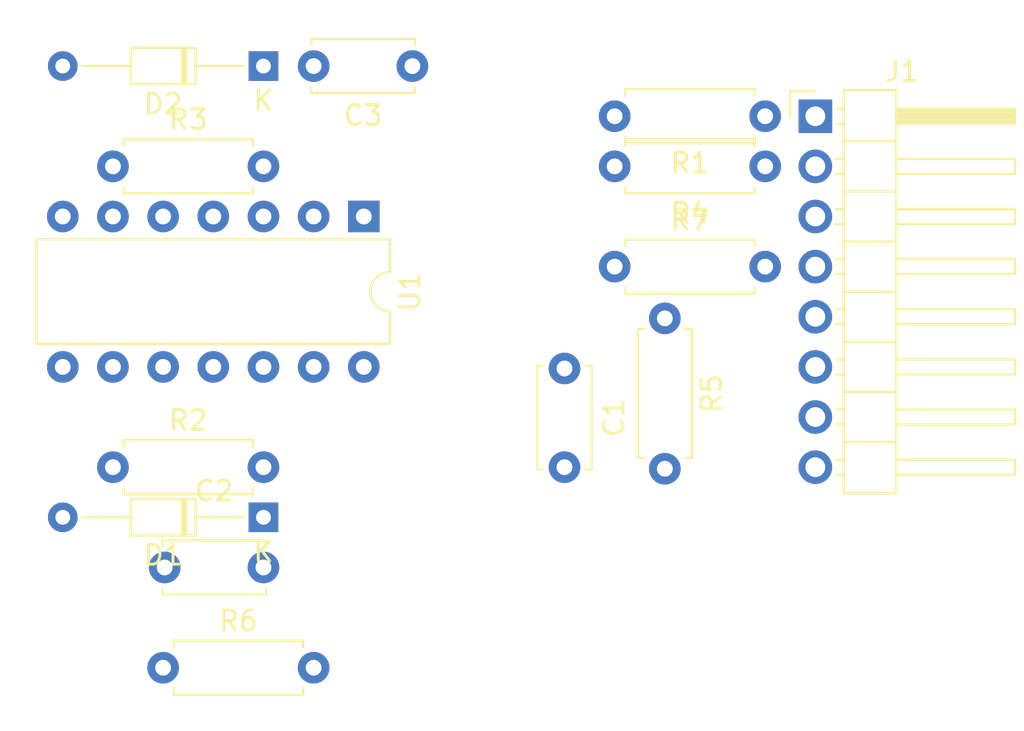
<source format=kicad_pcb>
(kicad_pcb (version 20221018) (generator pcbnew)
  (layers (0 "F.Cu" signal) (31 "B.Cu" signal) (34 "B.Paste" user) (35 "F.Paste" user) (36 "B.SilkS" user "B.Silkscreen") (37 "F.SilkS" user "F.Silkscreen") (38 "B.Mask" user) (39 "F.Mask" user) (44 "Edge.Cuts" user))
  (net 0 "")
  (net 1 "+12V")
  (net 2 "-12V")
  (net 3 "Net-(D1-K)")
  (net 4 "Net-(U1B--)")
  (net 5 "Net-(D1-A)")
  (net 6 "Net-(D2-A)")
  (net 7 "/single_nand/FROM-LED")
  (net 8 "/single_nand/TO-LED")
  (net 9 "/single_nand/A")
  (net 10 "/single_nand/B")
  (net 11 "GND")
  (net 12 "/single_nand/NAND")
  (net 13 "Net-(U1D--)")
  (net 14 "Net-(U1C--)")
  (footprint "Capacitor_THT:C_Disc_D5.0mm_W2.5mm_P5.00mm" (layer "F.Cu") (at 127.08 73.66)
    (fp_text reference "C2" (at 2.5 -3.87) (layer "F.SilkS"))
    (fp_text value "10p")
    (fp_line (start -0.12 -1.37) (end -0.12 -1.055) (stroke (width 0.12)) (layer "F.SilkS"))
    (fp_line (start -0.12 -1.37) (end 5.12 -1.37) (stroke (width 0.12)) (layer "F.SilkS"))
    (fp_line (start -0.12 1.055) (end -0.12 1.37) (stroke (width 0.12)) (layer "F.SilkS"))
    (fp_line (start -0.12 1.37) (end 5.12 1.37) (stroke (width 0.12)) (layer "F.SilkS"))
    (fp_line (start 5.12 -1.37) (end 5.12 -1.055) (stroke (width 0.12)) (layer "F.SilkS"))
    (fp_line (start 5.12 1.055) (end 5.12 1.37) (stroke (width 0.12)) (layer "F.SilkS"))
    (pad "1" thru_hole circle (at 0 0) (size 1.6 1.6) (drill 0.8) (layers "*.Cu" "*.Mask") (net 14 "Net-(U1C--)"))
    (pad "2" thru_hole circle (at 5 0) (size 1.6 1.6) (drill 0.8) (layers "*.Cu" "*.Mask") (net 3 "Net-(D1-K)"))
  )
  (footprint "Capacitor_THT:C_Disc_D5.0mm_W2.5mm_P5.00mm" (layer "F.Cu") (at 139.62 48.26 180)
    (fp_text reference "C3" (at 2.5 -2.5) (layer "F.SilkS"))
    (fp_text value "10p")
    (fp_line (start -0.12 -1.37) (end -0.12 -1.055) (stroke (width 0.12)) (layer "F.SilkS"))
    (fp_line (start -0.12 -1.37) (end 5.12 -1.37) (stroke (width 0.12)) (layer "F.SilkS"))
    (fp_line (start -0.12 1.055) (end -0.12 1.37) (stroke (width 0.12)) (layer "F.SilkS"))
    (fp_line (start -0.12 1.37) (end 5.12 1.37) (stroke (width 0.12)) (layer "F.SilkS"))
    (fp_line (start 5.12 -1.37) (end 5.12 -1.055) (stroke (width 0.12)) (layer "F.SilkS"))
    (fp_line (start 5.12 1.055) (end 5.12 1.37) (stroke (width 0.12)) (layer "F.SilkS"))
    (pad "1" thru_hole circle (at 0 0 180) (size 1.6 1.6) (drill 0.8) (layers "*.Cu" "*.Mask") (net 4 "Net-(U1B--)"))
    (pad "2" thru_hole circle (at 5 0 180) (size 1.6 1.6) (drill 0.8) (layers "*.Cu" "*.Mask") (net 3 "Net-(D1-K)"))
  )
  (footprint "Package_DIP:DIP-14_W7.62mm" (layer "F.Cu") (at 137.16 55.88 -90)
    (fp_text reference "U1" (at 3.81 -2.33 90) (layer "F.SilkS"))
    (fp_text value "TL074")
    (fp_line (start 1.16 -1.33) (end 1.16 16.57) (stroke (width 0.12)) (layer "F.SilkS"))
    (fp_line (start 1.16 16.57) (end 6.46 16.57) (stroke (width 0.12)) (layer "F.SilkS"))
    (fp_line (start 2.81 -1.33) (end 1.16 -1.33) (stroke (width 0.12)) (layer "F.SilkS"))
    (fp_line (start 6.46 -1.33) (end 4.81 -1.33) (stroke (width 0.12)) (layer "F.SilkS"))
    (fp_line (start 6.46 16.57) (end 6.46 -1.33) (stroke (width 0.12)) (layer "F.SilkS"))
    (fp_arc (start 4.81 -1.33) (mid 3.81 -0.33) (end 2.81 -1.33) (stroke (width 0.12)) (layer "F.SilkS"))
    (pad "1" thru_hole rect (at 0 0 270) (size 1.6 1.6) (drill 0.8) (layers "*.Cu" "*.Mask") (net 12 "/single_nand/NAND"))
    (pad "2" thru_hole oval (at 0 2.54 270) (size 1.6 1.6) (drill 0.8) (layers "*.Cu" "*.Mask") (net 12 "/single_nand/NAND"))
    (pad "3" thru_hole oval (at 0 5.08 270) (size 1.6 1.6) (drill 0.8) (layers "*.Cu" "*.Mask") (net 3 "Net-(D1-K)"))
    (pad "4" thru_hole oval (at 0 7.62 270) (size 1.6 1.6) (drill 0.8) (layers "*.Cu" "*.Mask") (net 1 "+12V"))
    (pad "5" thru_hole oval (at 0 10.16 270) (size 1.6 1.6) (drill 0.8) (layers "*.Cu" "*.Mask") (net 11 "GND"))
    (pad "6" thru_hole oval (at 0 12.7 270) (size 1.6 1.6) (drill 0.8) (layers "*.Cu" "*.Mask") (net 4 "Net-(U1B--)"))
    (pad "7" thru_hole oval (at 0 15.24 270) (size 1.6 1.6) (drill 0.8) (layers "*.Cu" "*.Mask") (net 6 "Net-(D2-A)"))
    (pad "8" thru_hole oval (at 7.62 15.24 270) (size 1.6 1.6) (drill 0.8) (layers "*.Cu" "*.Mask") (net 5 "Net-(D1-A)"))
    (pad "9" thru_hole oval (at 7.62 12.7 270) (size 1.6 1.6) (drill 0.8) (layers "*.Cu" "*.Mask") (net 14 "Net-(U1C--)"))
    (pad "10" thru_hole oval (at 7.62 10.16 270) (size 1.6 1.6) (drill 0.8) (layers "*.Cu" "*.Mask") (net 11 "GND"))
    (pad "11" thru_hole oval (at 7.62 7.62 270) (size 1.6 1.6) (drill 0.8) (layers "*.Cu" "*.Mask") (net 2 "-12V"))
    (pad "12" thru_hole oval (at 7.62 5.08 270) (size 1.6 1.6) (drill 0.8) (layers "*.Cu" "*.Mask") (net 11 "GND"))
    (pad "13" thru_hole oval (at 7.62 2.54 270) (size 1.6 1.6) (drill 0.8) (layers "*.Cu" "*.Mask") (net 13 "Net-(U1D--)"))
    (pad "14" thru_hole oval (at 7.62 0 270) (size 1.6 1.6) (drill 0.8) (layers "*.Cu" "*.Mask") (net 8 "/single_nand/TO-LED"))
  )
  (footprint "Resistor_THT:R_Axial_DIN0207_L6.3mm_D2.5mm_P7.62mm_Horizontal" (layer "F.Cu") (at 152.4 61.04 -90)
    (fp_text reference "R5" (at 3.81 -2.37 90) (layer "F.SilkS"))
    (fp_text value "100k")
    (fp_line (start 0.54 -1.37) (end 7.08 -1.37) (stroke (width 0.12)) (layer "F.SilkS"))
    (fp_line (start 0.54 -1.04) (end 0.54 -1.37) (stroke (width 0.12)) (layer "F.SilkS"))
    (fp_line (start 0.54 1.04) (end 0.54 1.37) (stroke (width 0.12)) (layer "F.SilkS"))
    (fp_line (start 0.54 1.37) (end 7.08 1.37) (stroke (width 0.12)) (layer "F.SilkS"))
    (fp_line (start 7.08 -1.37) (end 7.08 -1.04) (stroke (width 0.12)) (layer "F.SilkS"))
    (fp_line (start 7.08 1.37) (end 7.08 1.04) (stroke (width 0.12)) (layer "F.SilkS"))
    (pad "1" thru_hole circle (at 0 0 270) (size 1.6 1.6) (drill 0.8) (layers "*.Cu" "*.Mask") (net 3 "Net-(D1-K)"))
    (pad "2" thru_hole oval (at 7.62 0 270) (size 1.6 1.6) (drill 0.8) (layers "*.Cu" "*.Mask") (net 2 "-12V"))
  )
  (footprint "Resistor_THT:R_Axial_DIN0207_L6.3mm_D2.5mm_P7.62mm_Horizontal" (layer "F.Cu") (at 157.48 53.34 180)
    (fp_text reference "R4" (at 3.81 -2.37) (layer "F.SilkS"))
    (fp_text value "100k")
    (fp_line (start 0.54 -1.37) (end 7.08 -1.37) (stroke (width 0.12)) (layer "F.SilkS"))
    (fp_line (start 0.54 -1.04) (end 0.54 -1.37) (stroke (width 0.12)) (layer "F.SilkS"))
    (fp_line (start 0.54 1.04) (end 0.54 1.37) (stroke (width 0.12)) (layer "F.SilkS"))
    (fp_line (start 0.54 1.37) (end 7.08 1.37) (stroke (width 0.12)) (layer "F.SilkS"))
    (fp_line (start 7.08 -1.37) (end 7.08 -1.04) (stroke (width 0.12)) (layer "F.SilkS"))
    (fp_line (start 7.08 1.37) (end 7.08 1.04) (stroke (width 0.12)) (layer "F.SilkS"))
    (pad "1" thru_hole circle (at 0 0 180) (size 1.6 1.6) (drill 0.8) (layers "*.Cu" "*.Mask") (net 10 "/single_nand/B"))
    (pad "2" thru_hole oval (at 7.62 0 180) (size 1.6 1.6) (drill 0.8) (layers "*.Cu" "*.Mask") (net 4 "Net-(U1B--)"))
  )
  (footprint "Resistor_THT:R_Axial_DIN0207_L6.3mm_D2.5mm_P7.62mm_Horizontal" (layer "F.Cu") (at 149.86 58.42)
    (fp_text reference "R7" (at 3.81 -2.37) (layer "F.SilkS"))
    (fp_text value "2.2k")
    (fp_line (start 0.54 -1.37) (end 7.08 -1.37) (stroke (width 0.12)) (layer "F.SilkS"))
    (fp_line (start 0.54 -1.04) (end 0.54 -1.37) (stroke (width 0.12)) (layer "F.SilkS"))
    (fp_line (start 0.54 1.04) (end 0.54 1.37) (stroke (width 0.12)) (layer "F.SilkS"))
    (fp_line (start 0.54 1.37) (end 7.08 1.37) (stroke (width 0.12)) (layer "F.SilkS"))
    (fp_line (start 7.08 -1.37) (end 7.08 -1.04) (stroke (width 0.12)) (layer "F.SilkS"))
    (fp_line (start 7.08 1.37) (end 7.08 1.04) (stroke (width 0.12)) (layer "F.SilkS"))
    (pad "1" thru_hole circle (at 0 0) (size 1.6 1.6) (drill 0.8) (layers "*.Cu" "*.Mask") (net 13 "Net-(U1D--)"))
    (pad "2" thru_hole oval (at 7.62 0) (size 1.6 1.6) (drill 0.8) (layers "*.Cu" "*.Mask") (net 7 "/single_nand/FROM-LED"))
  )
  (footprint "Resistor_THT:R_Axial_DIN0207_L6.3mm_D2.5mm_P7.62mm_Horizontal" (layer "F.Cu") (at 127 78.74)
    (fp_text reference "R6" (at 3.81 -2.37) (layer "F.SilkS"))
    (fp_text value "2.2k")
    (fp_line (start 0.54 -1.37) (end 7.08 -1.37) (stroke (width 0.12)) (layer "F.SilkS"))
    (fp_line (start 0.54 -1.04) (end 0.54 -1.37) (stroke (width 0.12)) (layer "F.SilkS"))
    (fp_line (start 0.54 1.04) (end 0.54 1.37) (stroke (width 0.12)) (layer "F.SilkS"))
    (fp_line (start 0.54 1.37) (end 7.08 1.37) (stroke (width 0.12)) (layer "F.SilkS"))
    (fp_line (start 7.08 -1.37) (end 7.08 -1.04) (stroke (width 0.12)) (layer "F.SilkS"))
    (fp_line (start 7.08 1.37) (end 7.08 1.04) (stroke (width 0.12)) (layer "F.SilkS"))
    (pad "1" thru_hole circle (at 0 0) (size 1.6 1.6) (drill 0.8) (layers "*.Cu" "*.Mask") (net 3 "Net-(D1-K)"))
    (pad "2" thru_hole oval (at 7.62 0) (size 1.6 1.6) (drill 0.8) (layers "*.Cu" "*.Mask") (net 13 "Net-(U1D--)"))
  )
  (footprint "Resistor_THT:R_Axial_DIN0207_L6.3mm_D2.5mm_P7.62mm_Horizontal" (layer "F.Cu") (at 157.48 50.8 180)
    (fp_text reference "R1" (at 3.81 -2.37) (layer "F.SilkS"))
    (fp_text value "100k")
    (fp_line (start 0.54 -1.37) (end 7.08 -1.37) (stroke (width 0.12)) (layer "F.SilkS"))
    (fp_line (start 0.54 -1.04) (end 0.54 -1.37) (stroke (width 0.12)) (layer "F.SilkS"))
    (fp_line (start 0.54 1.04) (end 0.54 1.37) (stroke (width 0.12)) (layer "F.SilkS"))
    (fp_line (start 0.54 1.37) (end 7.08 1.37) (stroke (width 0.12)) (layer "F.SilkS"))
    (fp_line (start 7.08 -1.37) (end 7.08 -1.04) (stroke (width 0.12)) (layer "F.SilkS"))
    (fp_line (start 7.08 1.37) (end 7.08 1.04) (stroke (width 0.12)) (layer "F.SilkS"))
    (pad "1" thru_hole circle (at 0 0 180) (size 1.6 1.6) (drill 0.8) (layers "*.Cu" "*.Mask") (net 9 "/single_nand/A"))
    (pad "2" thru_hole oval (at 7.62 0 180) (size 1.6 1.6) (drill 0.8) (layers "*.Cu" "*.Mask") (net 14 "Net-(U1C--)"))
  )
  (footprint "Resistor_THT:R_Axial_DIN0207_L6.3mm_D2.5mm_P7.62mm_Horizontal" (layer "F.Cu") (at 124.46 68.58)
    (fp_text reference "R2" (at 3.81 -2.37) (layer "F.SilkS"))
    (fp_text value "100k")
    (fp_line (start 0.54 -1.37) (end 7.08 -1.37) (stroke (width 0.12)) (layer "F.SilkS"))
    (fp_line (start 0.54 -1.04) (end 0.54 -1.37) (stroke (width 0.12)) (layer "F.SilkS"))
    (fp_line (start 0.54 1.04) (end 0.54 1.37) (stroke (width 0.12)) (layer "F.SilkS"))
    (fp_line (start 0.54 1.37) (end 7.08 1.37) (stroke (width 0.12)) (layer "F.SilkS"))
    (fp_line (start 7.08 -1.37) (end 7.08 -1.04) (stroke (width 0.12)) (layer "F.SilkS"))
    (fp_line (start 7.08 1.37) (end 7.08 1.04) (stroke (width 0.12)) (layer "F.SilkS"))
    (pad "1" thru_hole circle (at 0 0) (size 1.6 1.6) (drill 0.8) (layers "*.Cu" "*.Mask") (net 14 "Net-(U1C--)"))
    (pad "2" thru_hole oval (at 7.62 0) (size 1.6 1.6) (drill 0.8) (layers "*.Cu" "*.Mask") (net 3 "Net-(D1-K)"))
  )
  (footprint "Diode_THT:D_DO-34_SOD68_P10.16mm_Horizontal" (layer "F.Cu") (at 132.08 48.26 180)
    (fp_text reference "D2" (at 5.08 -1.92 180) (layer "F.SilkS"))
    (fp_text value "D")
    (fp_text user "K" (at 0 -1.75 180) (layer "F.SilkS"))
    (fp_line (start 0.99 0) (end 3.44 0) (stroke (width 0.12)) (layer "F.SilkS"))
    (fp_line (start 3.44 -0.92) (end 3.44 0.92) (stroke (width 0.12)) (layer "F.SilkS"))
    (fp_line (start 3.44 0.92) (end 6.72 0.92) (stroke (width 0.12)) (layer "F.SilkS"))
    (fp_line (start 3.896 -0.92) (end 3.896 0.92) (stroke (width 0.12)) (layer "F.SilkS"))
    (fp_line (start 4.016 -0.92) (end 4.016 0.92) (stroke (width 0.12)) (layer "F.SilkS"))
    (fp_line (start 4.136 -0.92) (end 4.136 0.92) (stroke (width 0.12)) (layer "F.SilkS"))
    (fp_line (start 6.72 -0.92) (end 3.44 -0.92) (stroke (width 0.12)) (layer "F.SilkS"))
    (fp_line (start 6.72 0.92) (end 6.72 -0.92) (stroke (width 0.12)) (layer "F.SilkS"))
    (fp_line (start 9.17 0) (end 6.72 0) (stroke (width 0.12)) (layer "F.SilkS"))
    (pad "1" thru_hole rect (at 0 0 180) (size 1.5 1.5) (drill 0.75) (layers "*.Cu" "*.Mask") (net 3 "Net-(D1-K)"))
    (pad "2" thru_hole oval (at 10.16 0 180) (size 1.5 1.5) (drill 0.75) (layers "*.Cu" "*.Mask") (net 6 "Net-(D2-A)"))
  )
  (footprint "Diode_THT:D_DO-34_SOD68_P10.16mm_Horizontal" (layer "F.Cu") (at 132.08 71.12 180)
    (fp_text reference "D1" (at 5.08 -1.92 180) (layer "F.SilkS"))
    (fp_text value "D")
    (fp_text user "K" (at 0 -1.75 180) (layer "F.SilkS"))
    (fp_line (start 0.99 0) (end 3.44 0) (stroke (width 0.12)) (layer "F.SilkS"))
    (fp_line (start 3.44 -0.92) (end 3.44 0.92) (stroke (width 0.12)) (layer "F.SilkS"))
    (fp_line (start 3.44 0.92) (end 6.72 0.92) (stroke (width 0.12)) (layer "F.SilkS"))
    (fp_line (start 3.896 -0.92) (end 3.896 0.92) (stroke (width 0.12)) (layer "F.SilkS"))
    (fp_line (start 4.016 -0.92) (end 4.016 0.92) (stroke (width 0.12)) (layer "F.SilkS"))
    (fp_line (start 4.136 -0.92) (end 4.136 0.92) (stroke (width 0.12)) (layer "F.SilkS"))
    (fp_line (start 6.72 -0.92) (end 3.44 -0.92) (stroke (width 0.12)) (layer "F.SilkS"))
    (fp_line (start 6.72 0.92) (end 6.72 -0.92) (stroke (width 0.12)) (layer "F.SilkS"))
    (fp_line (start 9.17 0) (end 6.72 0) (stroke (width 0.12)) (layer "F.SilkS"))
    (pad "1" thru_hole rect (at 0 0 180) (size 1.5 1.5) (drill 0.75) (layers "*.Cu" "*.Mask") (net 3 "Net-(D1-K)"))
    (pad "2" thru_hole oval (at 10.16 0 180) (size 1.5 1.5) (drill 0.75) (layers "*.Cu" "*.Mask") (net 5 "Net-(D1-A)"))
  )
  (footprint "Connector_PinHeader_2.54mm:PinHeader_1x08_P2.54mm_Horizontal" (layer "F.Cu") (at 160.02 50.8)
    (fp_text reference "J1" (at 4.385 -2.27) (layer "F.SilkS"))
    (fp_text value "Conn_01x08")
    (fp_line (start -1.27 -1.27) (end 0 -1.27) (stroke (width 0.12)) (layer "F.SilkS"))
    (fp_line (start -1.27 0) (end -1.27 -1.27) (stroke (width 0.12)) (layer "F.SilkS"))
    (fp_line (start 1.042929 2.16) (end 1.44 2.16) (stroke (width 0.12)) (layer "F.SilkS"))
    (fp_line (start 1.042929 2.92) (end 1.44 2.92) (stroke (width 0.12)) (layer "F.SilkS"))
    (fp_line (start 1.042929 4.7) (end 1.44 4.7) (stroke (width 0.12)) (layer "F.SilkS"))
    (fp_line (start 1.042929 5.46) (end 1.44 5.46) (stroke (width 0.12)) (layer "F.SilkS"))
    (fp_line (start 1.042929 7.24) (end 1.44 7.24) (stroke (width 0.12)) (layer "F.SilkS"))
    (fp_line (start 1.042929 8) (end 1.44 8) (stroke (width 0.12)) (layer "F.SilkS"))
    (fp_line (start 1.042929 9.78) (end 1.44 9.78) (stroke (width 0.12)) (layer "F.SilkS"))
    (fp_line (start 1.042929 10.54) (end 1.44 10.54) (stroke (width 0.12)) (layer "F.SilkS"))
    (fp_line (start 1.042929 12.32) (end 1.44 12.32) (stroke (width 0.12)) (layer "F.SilkS"))
    (fp_line (start 1.042929 13.08) (end 1.44 13.08) (stroke (width 0.12)) (layer "F.SilkS"))
    (fp_line (start 1.042929 14.86) (end 1.44 14.86) (stroke (width 0.12)) (layer "F.SilkS"))
    (fp_line (start 1.042929 15.62) (end 1.44 15.62) (stroke (width 0.12)) (layer "F.SilkS"))
    (fp_line (start 1.042929 17.4) (end 1.44 17.4) (stroke (width 0.12)) (layer "F.SilkS"))
    (fp_line (start 1.042929 18.16) (end 1.44 18.16) (stroke (width 0.12)) (layer "F.SilkS"))
    (fp_line (start 1.11 -0.38) (end 1.44 -0.38) (stroke (width 0.12)) (layer "F.SilkS"))
    (fp_line (start 1.11 0.38) (end 1.44 0.38) (stroke (width 0.12)) (layer "F.SilkS"))
    (fp_line (start 1.44 -1.33) (end 1.44 19.11) (stroke (width 0.12)) (layer "F.SilkS"))
    (fp_line (start 1.44 1.27) (end 4.1 1.27) (stroke (width 0.12)) (layer "F.SilkS"))
    (fp_line (start 1.44 3.81) (end 4.1 3.81) (stroke (width 0.12)) (layer "F.SilkS"))
    (fp_line (start 1.44 6.35) (end 4.1 6.35) (stroke (width 0.12)) (layer "F.SilkS"))
    (fp_line (start 1.44 8.89) (end 4.1 8.89) (stroke (width 0.12)) (layer "F.SilkS"))
    (fp_line (start 1.44 11.43) (end 4.1 11.43) (stroke (width 0.12)) (layer "F.SilkS"))
    (fp_line (start 1.44 13.97) (end 4.1 13.97) (stroke (width 0.12)) (layer "F.SilkS"))
    (fp_line (start 1.44 16.51) (end 4.1 16.51) (stroke (width 0.12)) (layer "F.SilkS"))
    (fp_line (start 1.44 19.11) (end 4.1 19.11) (stroke (width 0.12)) (layer "F.SilkS"))
    (fp_line (start 4.1 -1.33) (end 1.44 -1.33) (stroke (width 0.12)) (layer "F.SilkS"))
    (fp_line (start 4.1 -0.38) (end 10.1 -0.38) (stroke (width 0.12)) (layer "F.SilkS"))
    (fp_line (start 4.1 -0.32) (end 10.1 -0.32) (stroke (width 0.12)) (layer "F.SilkS"))
    (fp_line (start 4.1 -0.2) (end 10.1 -0.2) (stroke (width 0.12)) (layer "F.SilkS"))
    (fp_line (start 4.1 -0.08) (end 10.1 -0.08) (stroke (width 0.12)) (layer "F.SilkS"))
    (fp_line (start 4.1 0.04) (end 10.1 0.04) (stroke (width 0.12)) (layer "F.SilkS"))
    (fp_line (start 4.1 0.16) (end 10.1 0.16) (stroke (width 0.12)) (layer "F.SilkS"))
    (fp_line (start 4.1 0.28) (end 10.1 0.28) (stroke (width 0.12)) (layer "F.SilkS"))
    (fp_line (start 4.1 2.16) (end 10.1 2.16) (stroke (width 0.12)) (layer "F.SilkS"))
    (fp_line (start 4.1 4.7) (end 10.1 4.7) (stroke (width 0.12)) (layer "F.SilkS"))
    (fp_line (start 4.1 7.24) (end 10.1 7.24) (stroke (width 0.12)) (layer "F.SilkS"))
    (fp_line (start 4.1 9.78) (end 10.1 9.78) (stroke (width 0.12)) (layer "F.SilkS"))
    (fp_line (start 4.1 12.32) (end 10.1 12.32) (stroke (width 0.12)) (layer "F.SilkS"))
    (fp_line (start 4.1 14.86) (end 10.1 14.86) (stroke (width 0.12)) (layer "F.SilkS"))
    (fp_line (start 4.1 17.4) (end 10.1 17.4) (stroke (width 0.12)) (layer "F.SilkS"))
    (fp_line (start 4.1 19.11) (end 4.1 -1.33) (stroke (width 0.12)) (layer "F.SilkS"))
    (fp_line (start 10.1 -0.38) (end 10.1 0.38) (stroke (width 0.12)) (layer "F.SilkS"))
    (fp_line (start 10.1 0.38) (end 4.1 0.38) (stroke (width 0.12)) (layer "F.SilkS"))
    (fp_line (start 10.1 2.16) (end 10.1 2.92) (stroke (width 0.12)) (layer "F.SilkS"))
    (fp_line (start 10.1 2.92) (end 4.1 2.92) (stroke (width 0.12)) (layer "F.SilkS"))
    (fp_line (start 10.1 4.7) (end 10.1 5.46) (stroke (width 0.12)) (layer "F.SilkS"))
    (fp_line (start 10.1 5.46) (end 4.1 5.46) (stroke (width 0.12)) (layer "F.SilkS"))
    (fp_line (start 10.1 7.24) (end 10.1 8) (stroke (width 0.12)) (layer "F.SilkS"))
    (fp_line (start 10.1 8) (end 4.1 8) (stroke (width 0.12)) (layer "F.SilkS"))
    (fp_line (start 10.1 9.78) (end 10.1 10.54) (stroke (width 0.12)) (layer "F.SilkS"))
    (fp_line (start 10.1 10.54) (end 4.1 10.54) (stroke (width 0.12)) (layer "F.SilkS"))
    (fp_line (start 10.1 12.32) (end 10.1 13.08) (stroke (width 0.12)) (layer "F.SilkS"))
    (fp_line (start 10.1 13.08) (end 4.1 13.08) (stroke (width 0.12)) (layer "F.SilkS"))
    (fp_line (start 10.1 14.86) (end 10.1 15.62) (stroke (width 0.12)) (layer "F.SilkS"))
    (fp_line (start 10.1 15.62) (end 4.1 15.62) (stroke (width 0.12)) (layer "F.SilkS"))
    (fp_line (start 10.1 17.4) (end 10.1 18.16) (stroke (width 0.12)) (layer "F.SilkS"))
    (fp_line (start 10.1 18.16) (end 4.1 18.16) (stroke (width 0.12)) (layer "F.SilkS"))
    (pad "1" thru_hole rect (at 0 0) (size 1.7 1.7) (drill 1) (layers "*.Cu" "*.Mask") (net 9 "/single_nand/A"))
    (pad "2" thru_hole oval (at 0 2.54) (size 1.7 1.7) (drill 1) (layers "*.Cu" "*.Mask") (net 10 "/single_nand/B"))
    (pad "3" thru_hole oval (at 0 5.08) (size 1.7 1.7) (drill 1) (layers "*.Cu" "*.Mask") (net 12 "/single_nand/NAND"))
    (pad "4" thru_hole oval (at 0 7.62) (size 1.7 1.7) (drill 1) (layers "*.Cu" "*.Mask") (net 7 "/single_nand/FROM-LED"))
    (pad "5" thru_hole oval (at 0 10.16) (size 1.7 1.7) (drill 1) (layers "*.Cu" "*.Mask") (net 8 "/single_nand/TO-LED"))
    (pad "6" thru_hole oval (at 0 12.7) (size 1.7 1.7) (drill 1) (layers "*.Cu" "*.Mask") (net 1 "+12V"))
    (pad "7" thru_hole oval (at 0 15.24) (size 1.7 1.7) (drill 1) (layers "*.Cu" "*.Mask") (net 11 "GND"))
    (pad "8" thru_hole oval (at 0 17.78) (size 1.7 1.7) (drill 1) (layers "*.Cu" "*.Mask") (net 2 "-12V"))
  )
  (footprint "Capacitor_THT:C_Disc_D5.0mm_W2.5mm_P5.00mm" (layer "F.Cu") (at 147.32 63.58 -90)
    (fp_text reference "C1" (at 2.5 -2.5 90) (layer "F.SilkS"))
    (fp_text value "100n")
    (fp_line (start -0.12 -1.37) (end -0.12 -1.055) (stroke (width 0.12)) (layer "F.SilkS"))
    (fp_line (start -0.12 -1.37) (end 5.12 -1.37) (stroke (width 0.12)) (layer "F.SilkS"))
    (fp_line (start -0.12 1.055) (end -0.12 1.37) (stroke (width 0.12)) (layer "F.SilkS"))
    (fp_line (start -0.12 1.37) (end 5.12 1.37) (stroke (width 0.12)) (layer "F.SilkS"))
    (fp_line (start 5.12 -1.37) (end 5.12 -1.055) (stroke (width 0.12)) (layer "F.SilkS"))
    (fp_line (start 5.12 1.055) (end 5.12 1.37) (stroke (width 0.12)) (layer "F.SilkS"))
    (pad "1" thru_hole circle (at 0 0 270) (size 1.6 1.6) (drill 0.8) (layers "*.Cu" "*.Mask") (net 1 "+12V"))
    (pad "2" thru_hole circle (at 5 0 270) (size 1.6 1.6) (drill 0.8) (layers "*.Cu" "*.Mask") (net 2 "-12V"))
  )
  (footprint "Resistor_THT:R_Axial_DIN0207_L6.3mm_D2.5mm_P7.62mm_Horizontal" (layer "F.Cu") (at 124.46 53.34)
    (fp_text reference "R3" (at 3.81 -2.37) (layer "F.SilkS"))
    (fp_text value "100k")
    (fp_line (start 0.54 -1.37) (end 7.08 -1.37) (stroke (width 0.12)) (layer "F.SilkS"))
    (fp_line (start 0.54 -1.04) (end 0.54 -1.37) (stroke (width 0.12)) (layer "F.SilkS"))
    (fp_line (start 0.54 1.04) (end 0.54 1.37) (stroke (width 0.12)) (layer "F.SilkS"))
    (fp_line (start 0.54 1.37) (end 7.08 1.37) (stroke (width 0.12)) (layer "F.SilkS"))
    (fp_line (start 7.08 -1.37) (end 7.08 -1.04) (stroke (width 0.12)) (layer "F.SilkS"))
    (fp_line (start 7.08 1.37) (end 7.08 1.04) (stroke (width 0.12)) (layer "F.SilkS"))
    (pad "1" thru_hole circle (at 0 0) (size 1.6 1.6) (drill 0.8) (layers "*.Cu" "*.Mask") (net 4 "Net-(U1B--)"))
    (pad "2" thru_hole oval (at 7.62 0) (size 1.6 1.6) (drill 0.8) (layers "*.Cu" "*.Mask") (net 3 "Net-(D1-K)"))
  )
)
</source>
